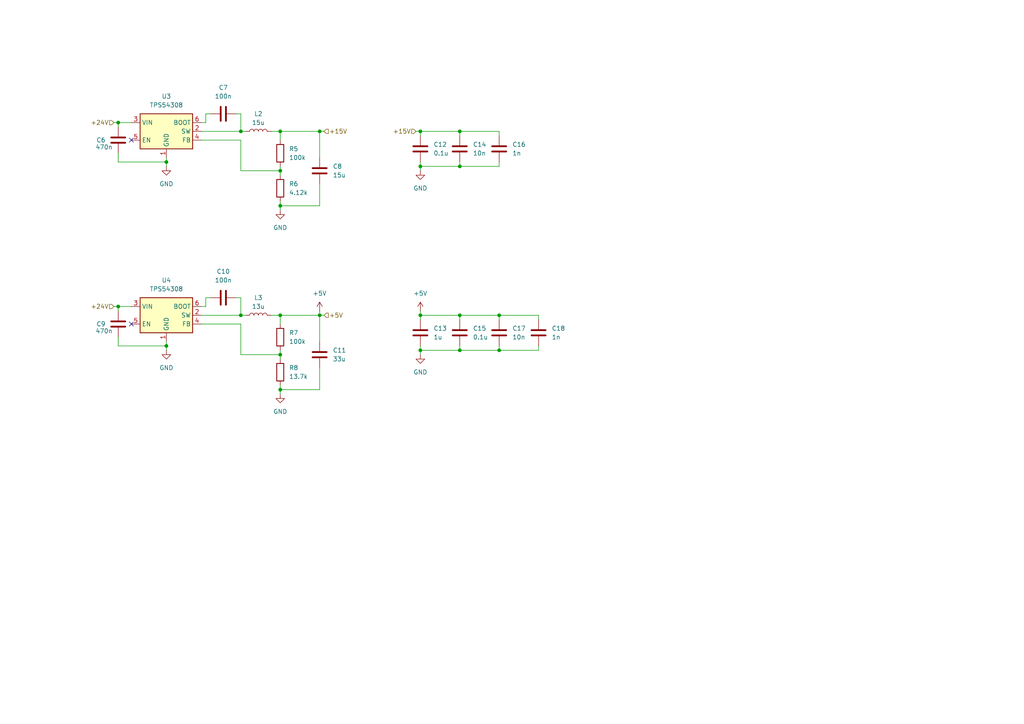
<source format=kicad_sch>
(kicad_sch (version 20250114) (generator "eeschema") (generator_version "9.0")
  (paper "A4")
  (lib_symbols
    (symbol "Device:C" (pin_numbers (hide yes)) (pin_names (offset 0.254))
      (property "Reference" "C" (at 0.635 2.54 0))
      (property "Value" "C" (at 0.635 -2.54 0))
      (symbol "C_0_1"
        (polyline (pts (xy -2.032 0.762) (xy 2.032 0.762)) (stroke (width 0.508)))
        (polyline (pts (xy -2.032 -0.762) (xy 2.032 -0.762)) (stroke (width 0.508)))
      )
      (symbol "C_1_1"
        (pin passive line (at 0 3.81 270) (length 2.794) (name "~") (number "1"))
        (pin passive line (at 0 -3.81 90) (length 2.794) (name "~") (number "2"))
      )
    )
    (symbol "Device:L" (pin_numbers (hide yes)) (pin_names (offset 1.016) (hide yes))
      (property "Reference" "L" (at -1.27 0 90))
      (property "Value" "L" (at 1.905 0 90))
      (symbol "L_0_1"
        (arc (start 0 2.54) (mid 0.6323 1.905) (end 0 1.27))
        (arc (start 0 1.27) (mid 0.6323 0.635) (end 0 0))
        (arc (start 0 0) (mid 0.6323 -0.635) (end 0 -1.27))
        (arc (start 0 -1.27) (mid 0.6323 -1.905) (end 0 -2.54))
      )
      (symbol "L_1_1"
        (pin passive line (at 0 3.81 270) (length 1.27) (name "1") (number "1"))
        (pin passive line (at 0 -3.81 90) (length 1.27) (name "2") (number "2"))
      )
    )
    (symbol "Device:R" (pin_numbers (hide yes)) (pin_names (offset 0))
      (property "Reference" "R" (at 2.032 0 90))
      (property "Value" "R" (at 0 0 90))
      (symbol "R_0_1"
        (rectangle (start -1.016 -2.54) (end 1.016 2.54) (stroke (width 0.254)))
      )
      (symbol "R_1_1"
        (pin passive line (at 0 3.81 270) (length 1.27) (name "~") (number "1"))
        (pin passive line (at 0 -3.81 90) (length 1.27) (name "~") (number "2"))
      )
    )
    (symbol "Regulator_Switching:TPS54308"
      (property "Reference" "U" (at -7.62 6.35 0))
      (property "Value" "TPS54308" (at 0 6.35 0))
      (symbol "TPS54308_0_1"
        (rectangle (start -7.62 5.08) (end 7.62 -5.08) (stroke (width 0.254)) (fill (type background)))
      )
      (symbol "TPS54308_1_1"
        (pin power_in line (at -10.16 2.54 0) (length 2.54) (name "VIN") (number "3"))
        (pin input line (at -10.16 -2.54 0) (length 2.54) (name "EN") (number "5"))
        (pin power_in line (at 0 -7.62 90) (length 2.54) (name "GND") (number "1"))
        (pin passive line (at 10.16 2.54 180) (length 2.54) (name "BOOT") (number "6"))
        (pin power_out line (at 10.16 0 180) (length 2.54) (name "SW") (number "2"))
        (pin input line (at 10.16 -2.54 180) (length 2.54) (name "FB") (number "4"))
      )
    )
    (symbol "power:+5V" (power) (pin_numbers (hide yes)) (pin_names (offset 0) (hide yes))
      (property "Value" "+5V" (at 0 3.556 0))
      (symbol "+5V_0_1"
        (polyline (pts (xy -0.762 1.27) (xy 0 2.54)))
        (polyline (pts (xy 0 2.54) (xy 0.762 1.27)))
        (polyline (pts (xy 0 0) (xy 0 2.54)))
      )
      (symbol "+5V_1_1"
        (pin power_in line (at 0 0 90) (length 0) (name "~") (number "1"))
      )
    )
    (symbol "power:GND" (power) (pin_numbers (hide yes)) (pin_names (offset 0) (hide yes))
      (property "Value" "GND" (at 0 -3.81 0))
      (symbol "GND_0_1"
        (polyline (pts (xy 0 0) (xy 0 -1.27) (xy 1.27 -1.27) (xy 0 -2.54) (xy -1.27 -1.27) (xy 0 -1.27)))
      )
      (symbol "GND_1_1"
        (pin power_in line (at 0 0 270) (length 0) (name "~") (number "1"))
      )
    )
  )
  (junction (at 81.28 102.87))
  (junction (at 144.78 101.6))
  (junction (at 81.28 49.53))
  (junction (at 69.85 38.1))
  (junction (at 133.35 48.26))
  (junction (at 133.35 101.6))
  (junction (at 34.29 35.56))
  (junction (at 92.71 38.1))
  (junction (at 34.29 88.9))
  (junction (at 133.35 38.1))
  (junction (at 121.92 101.6))
  (junction (at 133.35 91.44))
  (junction (at 121.92 38.1))
  (junction (at 121.92 91.44))
  (junction (at 81.28 91.44))
  (junction (at 121.92 48.26))
  (junction (at 92.71 91.44))
  (junction (at 48.26 100.33))
  (junction (at 69.85 91.44))
  (junction (at 144.78 91.44))
  (junction (at 81.28 113.03))
  (junction (at 81.28 59.69))
  (junction (at 48.26 46.99))
  (junction (at 81.28 38.1))
  (no_connect (at 38.1 40.64))
  (no_connect (at 38.1 93.98))
  (wire (pts (xy 34.29 35.56) (xy 34.29 36.83)))
  (wire (pts (xy 121.92 100.33) (xy 121.92 101.6)))
  (wire (pts (xy 59.69 86.36) (xy 60.96 86.36)))
  (wire (pts (xy 92.71 113.03) (xy 92.71 106.68)))
  (wire (pts (xy 133.35 101.6) (xy 133.35 100.33)))
  (wire (pts (xy 69.85 49.53) (xy 69.85 40.64)))
  (wire (pts (xy 81.28 59.69) (xy 81.28 60.96)))
  (wire (pts (xy 133.35 48.26) (xy 144.78 48.26)))
  (wire (pts (xy 81.28 102.87) (xy 69.85 102.87)))
  (wire (pts (xy 121.92 90.17) (xy 121.92 91.44)))
  (wire (pts (xy 48.26 99.06) (xy 48.26 100.33)))
  (wire (pts (xy 69.85 33.02) (xy 69.85 38.1)))
  (wire (pts (xy 144.78 100.33) (xy 144.78 101.6)))
  (wire (pts (xy 59.69 88.9) (xy 59.69 86.36)))
  (wire (pts (xy 34.29 88.9) (xy 38.1 88.9)))
  (wire (pts (xy 156.21 101.6) (xy 156.21 100.33)))
  (wire (pts (xy 133.35 38.1) (xy 133.35 39.37)))
  (wire (pts (xy 69.85 40.64) (xy 58.42 40.64)))
  (wire (pts (xy 34.29 88.9) (xy 34.29 90.17)))
  (wire (pts (xy 92.71 38.1) (xy 92.71 45.72)))
  (wire (pts (xy 81.28 38.1) (xy 92.71 38.1)))
  (wire (pts (xy 81.28 38.1) (xy 81.28 40.64)))
  (wire (pts (xy 34.29 35.56) (xy 38.1 35.56)))
  (wire (pts (xy 81.28 91.44) (xy 92.71 91.44)))
  (wire (pts (xy 121.92 38.1) (xy 121.92 39.37)))
  (wire (pts (xy 81.28 102.87) (xy 81.28 104.14)))
  (wire (pts (xy 81.28 113.03) (xy 81.28 114.3)))
  (wire (pts (xy 156.21 91.44) (xy 156.21 92.71)))
  (wire (pts (xy 81.28 49.53) (xy 81.28 50.8)))
  (wire (pts (xy 33.02 88.9) (xy 34.29 88.9)))
  (wire (pts (xy 121.92 46.99) (xy 121.92 48.26)))
  (wire (pts (xy 121.92 101.6) (xy 121.92 102.87)))
  (wire (pts (xy 121.92 48.26) (xy 133.35 48.26)))
  (wire (pts (xy 48.26 100.33) (xy 34.29 100.33)))
  (wire (pts (xy 144.78 38.1) (xy 144.78 39.37)))
  (wire (pts (xy 34.29 44.45) (xy 34.29 46.99)))
  (wire (pts (xy 58.42 38.1) (xy 69.85 38.1)))
  (wire (pts (xy 59.69 33.02) (xy 60.96 33.02)))
  (wire (pts (xy 121.92 38.1) (xy 133.35 38.1)))
  (wire (pts (xy 121.92 91.44) (xy 121.92 92.71)))
  (wire (pts (xy 81.28 113.03) (xy 92.71 113.03)))
  (wire (pts (xy 121.92 91.44) (xy 133.35 91.44)))
  (wire (pts (xy 68.58 33.02) (xy 69.85 33.02)))
  (wire (pts (xy 78.74 91.44) (xy 81.28 91.44)))
  (wire (pts (xy 48.26 46.99) (xy 34.29 46.99)))
  (wire (pts (xy 78.74 38.1) (xy 81.28 38.1)))
  (wire (pts (xy 81.28 58.42) (xy 81.28 59.69)))
  (wire (pts (xy 133.35 38.1) (xy 144.78 38.1)))
  (wire (pts (xy 92.71 91.44) (xy 92.71 99.06)))
  (wire (pts (xy 144.78 91.44) (xy 156.21 91.44)))
  (wire (pts (xy 81.28 111.76) (xy 81.28 113.03)))
  (wire (pts (xy 81.28 49.53) (xy 69.85 49.53)))
  (wire (pts (xy 34.29 97.79) (xy 34.29 100.33)))
  (wire (pts (xy 58.42 91.44) (xy 69.85 91.44)))
  (wire (pts (xy 69.85 38.1) (xy 71.12 38.1)))
  (wire (pts (xy 133.35 91.44) (xy 133.35 92.71)))
  (wire (pts (xy 81.28 91.44) (xy 81.28 93.98)))
  (wire (pts (xy 48.26 45.72) (xy 48.26 46.99)))
  (wire (pts (xy 58.42 88.9) (xy 59.69 88.9)))
  (wire (pts (xy 33.02 35.56) (xy 34.29 35.56)))
  (wire (pts (xy 133.35 91.44) (xy 144.78 91.44)))
  (wire (pts (xy 68.58 86.36) (xy 69.85 86.36)))
  (wire (pts (xy 81.28 101.6) (xy 81.28 102.87)))
  (wire (pts (xy 121.92 48.26) (xy 121.92 49.53)))
  (wire (pts (xy 48.26 46.99) (xy 48.26 48.26)))
  (wire (pts (xy 120.65 38.1) (xy 121.92 38.1)))
  (wire (pts (xy 48.26 100.33) (xy 48.26 101.6)))
  (wire (pts (xy 144.78 91.44) (xy 144.78 92.71)))
  (wire (pts (xy 133.35 101.6) (xy 144.78 101.6)))
  (wire (pts (xy 92.71 90.17) (xy 92.71 91.44)))
  (wire (pts (xy 92.71 38.1) (xy 93.98 38.1)))
  (wire (pts (xy 58.42 35.56) (xy 59.69 35.56)))
  (wire (pts (xy 81.28 48.26) (xy 81.28 49.53)))
  (wire (pts (xy 81.28 59.69) (xy 92.71 59.69)))
  (wire (pts (xy 59.69 35.56) (xy 59.69 33.02)))
  (wire (pts (xy 144.78 101.6) (xy 156.21 101.6)))
  (wire (pts (xy 69.85 86.36) (xy 69.85 91.44)))
  (wire (pts (xy 144.78 48.26) (xy 144.78 46.99)))
  (wire (pts (xy 69.85 102.87) (xy 69.85 93.98)))
  (wire (pts (xy 92.71 91.44) (xy 93.98 91.44)))
  (wire (pts (xy 133.35 46.99) (xy 133.35 48.26)))
  (wire (pts (xy 69.85 91.44) (xy 71.12 91.44)))
  (wire (pts (xy 69.85 93.98) (xy 58.42 93.98)))
  (wire (pts (xy 92.71 59.69) (xy 92.71 53.34)))
  (wire (pts (xy 121.92 101.6) (xy 133.35 101.6)))
  (hierarchical_label "+15V" (shape input) (at 120.65 38.1 180))
  (hierarchical_label "+5V" (shape input) (at 93.98 91.44 0))
  (hierarchical_label "+24V" (shape input) (at 33.02 35.56 180))
  (hierarchical_label "+15V" (shape input) (at 93.98 38.1 0))
  (hierarchical_label "+24V" (shape input) (at 33.02 88.9 180))
  (symbol (lib_id "power:GND") (at 81.28 60.96 0) (unit 1)
    (property "Reference" "#PWR016" (effects (hide yes)))
    (property "Value" "GND" (at 81.28 66.04 0))
    (property "Description" "Power symbol creates a global label with name \"GND\" , ground" (effects (hide yes)))
  )
  (symbol (lib_id "Device:C") (at 34.29 40.64 0) (mirror y) (unit 1)
    (property "Reference" "C6" (at 27.94 40.64 0) (effects (justify right)))
    (property "Value" "470n" (at 27.686 42.672 0) (effects (justify right)))
    (property "Footprint" "Capacitor_SMD:C_0603_1608Metric" (effects (hide yes)))
    (property "Datasheet" "https://product.tdk.com/system/files/dam/doc/product/capacitor/ceramic/mlcc/catalog/mlcc_automotive_general_en.pdf" (effects (hide yes)))
    (property "Description" "Unpolarized capacitor" (effects (hide yes)))
    (property "Part Number" "CGA3E3X5R1V474K080AB" (effects (hide yes)))
  )
  (symbol (lib_id "Device:L") (at 74.93 91.44 90) (unit 1)
    (property "Reference" "L3" (at 74.93 86.36 90))
    (property "Value" "13u" (at 74.93 88.9 90))
    (property "Footprint" "Inductor_SMD_Wurth:L_Wurth_WE-PDF-1064" (effects (hide yes)))
    (property "Datasheet" "https://www.we-online.com/components/products/datasheet/7447798131.pdf" (effects (hide yes)))
    (property "Description" "Inductor" (effects (hide yes)))
    (property "Part Number" "7447798131" (effects (hide yes)))
  )
  (symbol (lib_id "Device:C") (at 144.78 96.52 0) (unit 1)
    (property "Reference" "C17" (at 148.59 95.2499 0) (effects (justify left)))
    (property "Value" "10n" (at 148.59 97.7899 0) (effects (justify left)))
    (property "Footprint" "Capacitor_SMD:C_0603_1608Metric" (effects (hide yes)))
    (property "Datasheet" "https://content.kemet.com/datasheets/KEM_C1002_X7R_SMD.pdf" (effects (hide yes)))
    (property "Description" "Unpolarized capacitor 10Vdc" (effects (hide yes)))
    (property "Part Number" "C0603C103M8RACTU" (effects (hide yes)))
  )
  (symbol (lib_id "Device:L") (at 74.93 38.1 90) (unit 1)
    (property "Reference" "L2" (at 74.93 33.02 90))
    (property "Value" "15u" (at 74.93 35.56 90))
    (property "Footprint" "Inductor_SMD_Wurth:L_Wurth_WE-LHMI-7050" (effects (hide yes)))
    (property "Datasheet" "https://www.we-online.com/components/products/datasheet/74437349150.pdf" (effects (hide yes)))
    (property "Description" "Inductor" (effects (hide yes)))
    (property "Part Number" "74437349150" (effects (hide yes)))
  )
  (symbol (lib_id "Device:C") (at 133.35 96.52 0) (unit 1)
    (property "Reference" "C15" (at 137.16 95.2499 0) (effects (justify left)))
    (property "Value" "0.1u" (at 137.16 97.7899 0) (effects (justify left)))
    (property "Footprint" "Capacitor_SMD:C_0805_2012Metric" (effects (hide yes)))
    (property "Datasheet" "https://content.kemet.com/datasheets/KEM_C1002_X7R_SMD.pdf" (effects (hide yes)))
    (property "Description" "Unpolarized capacitor 10Vdc" (effects (hide yes)))
    (property "Part Number" "C0805C104M8RACTU" (effects (hide yes)))
  )
  (symbol (lib_id "power:GND") (at 81.28 114.3 0) (unit 1)
    (property "Reference" "#PWR020" (effects (hide yes)))
    (property "Value" "GND" (at 81.28 119.38 0))
    (property "Description" "Power symbol creates a global label with name \"GND\" , ground" (effects (hide yes)))
  )
  (symbol (lib_id "Device:R") (at 81.28 44.45 0) (unit 1)
    (property "Reference" "R5" (at 83.82 43.1799 0) (effects (justify left)))
    (property "Value" "100k" (at 83.82 45.7199 0) (effects (justify left)))
    (property "Footprint" "Resistor_SMD:R_0402_1005Metric" (effects (hide yes)))
    (property "Datasheet" "https://www.vishay.com/docs/20035/dcrcwe3.pdf" (effects (hide yes)))
    (property "Description" "Resistor" (effects (hide yes)))
    (property "Part Number" "CRCW0402100KFKED" (effects (hide yes)))
  )
  (symbol (lib_id "Device:C") (at 144.78 43.18 0) (unit 1)
    (property "Reference" "C16" (at 148.59 41.9099 0) (effects (justify left)))
    (property "Value" "1n" (at 148.59 44.4499 0) (effects (justify left)))
    (property "Footprint" "Capacitor_SMD:C_0402_1005Metric" (effects (hide yes)))
    (property "Datasheet" "https://content.kemet.com/datasheets/KEM_C1002_X7R_SMD.pdf" (effects (hide yes)))
    (property "Description" "Unpolarized capacitor 25Vdc" (effects (hide yes)))
    (property "Part Number" "C0402C102M4RACTU" (effects (hide yes)))
  )
  (symbol (lib_id "power:GND") (at 121.92 49.53 0) (unit 1)
    (property "Reference" "#PWR023" (effects (hide yes)))
    (property "Value" "GND" (at 121.92 54.61 0))
    (property "Description" "Power symbol creates a global label with name \"GND\" , ground" (effects (hide yes)))
  )
  (symbol (lib_id "Device:C") (at 121.92 43.18 0) (unit 1)
    (property "Reference" "C12" (at 125.73 41.9099 0) (effects (justify left)))
    (property "Value" "0.1u" (at 125.73 44.4499 0) (effects (justify left)))
    (property "Footprint" "Capacitor_SMD:C_0805_2012Metric" (effects (hide yes)))
    (property "Datasheet" "https://content.kemet.com/datasheets/KEM_C1002_X7R_SMD.pdf" (effects (hide yes)))
    (property "Description" "Unpolarized capacitor 25Vdc" (effects (hide yes)))
    (property "Part Number" "C0805C104M4RACTU" (effects (hide yes)))
  )
  (symbol (lib_id "Device:C") (at 133.35 43.18 0) (unit 1)
    (property "Reference" "C14" (at 137.16 41.9099 0) (effects (justify left)))
    (property "Value" "10n" (at 137.16 44.4499 0) (effects (justify left)))
    (property "Footprint" "Capacitor_SMD:C_0603_1608Metric" (effects (hide yes)))
    (property "Datasheet" "https://content.kemet.com/datasheets/KEM_C1002_X7R_SMD.pdf" (effects (hide yes)))
    (property "Description" "Unpolarized capacitor 25Vdc" (effects (hide yes)))
    (property "Part Number" "C0603C103M4RACTU" (effects (hide yes)))
  )
  (symbol (lib_id "Device:R") (at 81.28 97.79 0) (unit 1)
    (property "Reference" "R7" (at 83.82 96.5199 0) (effects (justify left)))
    (property "Value" "100k" (at 83.82 99.0599 0) (effects (justify left)))
    (property "Footprint" "Resistor_SMD:R_0402_1005Metric" (effects (hide yes)))
    (property "Datasheet" "https://www.vishay.com/docs/20035/dcrcwe3.pdf" (effects (hide yes)))
    (property "Description" "Resistor" (effects (hide yes)))
    (property "Part Number" "CRCW0402100KFKED" (effects (hide yes)))
  )
  (symbol (lib_id "Regulator_Switching:TPS54308") (at 48.26 91.44 0) (unit 1)
    (property "Reference" "U4" (at 48.26 81.28 0))
    (property "Value" "TPS54308" (at 48.26 83.82 0))
    (property "Footprint" "Package_TO_SOT_SMD:SOT-23-6" (effects (hide yes)))
    (property "Datasheet" "http://www.ti.com/lit/ds/symlink/tps54308.pdf" (effects (hide yes)))
    (property "Description" "3A, 4.5 to 28V Input, EMI Friendly integrated switch synchronous step-down regulator, continuous-conduction, SOT-23-6" (effects (hide yes)))
    (property "Part Number" "TPS54308" (effects (hide yes)))
  )
  (symbol (lib_id "Device:C") (at 156.21 96.52 0) (unit 1)
    (property "Reference" "C18" (at 160.02 95.2499 0) (effects (justify left)))
    (property "Value" "1n" (at 160.02 97.7899 0) (effects (justify left)))
    (property "Footprint" "Capacitor_SMD:C_0402_1005Metric" (effects (hide yes)))
    (property "Datasheet" "https://content.kemet.com/datasheets/KEM_C1002_X7R_SMD.pdf" (effects (hide yes)))
    (property "Description" "Unpolarized capacitor 10Vdc" (effects (hide yes)))
    (property "Part Number" "C0402C102M8RACTU" (effects (hide yes)))
  )
  (symbol (lib_id "Device:C") (at 34.29 93.98 0) (mirror y) (unit 1)
    (property "Reference" "C9" (at 27.94 93.98 0) (effects (justify right)))
    (property "Value" "470n" (at 27.686 96.012 0) (effects (justify right)))
    (property "Footprint" "Capacitor_SMD:C_0603_1608Metric" (effects (hide yes)))
    (property "Datasheet" "https://product.tdk.com/system/files/dam/doc/product/capacitor/ceramic/mlcc/catalog/mlcc_automotive_general_en.pdf" (effects (hide yes)))
    (property "Description" "Unpolarized capacitor" (effects (hide yes)))
    (property "Part Number" "CGA3E3X5R1V474K080AB" (effects (hide yes)))
  )
  (symbol (lib_id "power:GND") (at 121.92 102.87 0) (unit 1)
    (property "Reference" "#PWR025" (effects (hide yes)))
    (property "Value" "GND" (at 121.92 107.95 0))
    (property "Description" "Power symbol creates a global label with name \"GND\" , ground" (effects (hide yes)))
  )
  (symbol (lib_id "power:+5V") (at 121.92 90.17 0) (unit 1)
    (property "Reference" "#PWR024" (effects (hide yes)))
    (property "Value" "+5V" (at 121.92 85.09 0))
    (property "Description" "Power symbol creates a global label with name \"+5V\"" (effects (hide yes)))
  )
  (symbol (lib_id "Device:R") (at 81.28 107.95 0) (unit 1)
    (property "Reference" "R8" (at 83.82 106.6799 0) (effects (justify left)))
    (property "Value" "13.7k" (at 83.82 109.2199 0) (effects (justify left)))
    (property "Footprint" "Resistor_SMD:R_0402_1005Metric" (effects (hide yes)))
    (property "Datasheet" "https://www.vishay.com/docs/20035/dcrcwe3.pdf" (effects (hide yes)))
    (property "Description" "Resistor" (effects (hide yes)))
    (property "Part Number" "CRCW040213K7FKED" (effects (hide yes)))
  )
  (symbol (lib_id "power:+5V") (at 92.71 90.17 0) (unit 1)
    (property "Reference" "#PWR021" (effects (hide yes)))
    (property "Value" "+5V" (at 92.71 85.09 0))
    (property "Description" "Power symbol creates a global label with name \"+5V\"" (effects (hide yes)))
  )
  (symbol (lib_id "power:GND") (at 48.26 48.26 0) (unit 1)
    (property "Reference" "#PWR015" (effects (hide yes)))
    (property "Value" "GND" (at 48.26 53.34 0))
    (property "Description" "Power symbol creates a global label with name \"GND\" , ground" (effects (hide yes)))
  )
  (symbol (lib_id "Device:C") (at 92.71 102.87 180) (unit 1)
    (property "Reference" "C11" (at 96.52 101.5999 0) (effects (justify right)))
    (property "Value" "33u" (at 96.52 104.1399 0) (effects (justify right)))
    (property "Footprint" "Capacitor_SMD:C_0805_2012Metric" (effects (hide yes)))
    (property "Datasheet" "https://product.tdk.com/en/system/files/dam/doc/product/capacitor/ceramic/mlcc/catalog/mlcc_commercial_general_en.pdf" (effects (hide yes)))
    (property "Description" "Unpolarized capacitor" (effects (hide yes)))
    (property "Part Number" "C2012X5R1A336M125AC" (effects (hide yes)))
  )
  (symbol (lib_id "Device:C") (at 121.92 96.52 0) (unit 1)
    (property "Reference" "C13" (at 125.73 95.2499 0) (effects (justify left)))
    (property "Value" "1u" (at 125.73 97.7899 0) (effects (justify left)))
    (property "Footprint" "Capacitor_SMD:C_0805_2012Metric" (effects (hide yes)))
    (property "Datasheet" "https://content.kemet.com/datasheets/KEM_C1002_X7R_SMD.pdf" (effects (hide yes)))
    (property "Description" "Unpolarized capacitor 10Vdc" (effects (hide yes)))
    (property "Part Number" "C0805C105M8RACTU" (effects (hide yes)))
  )
  (symbol (lib_id "Device:C") (at 64.77 86.36 90) (unit 1)
    (property "Reference" "C10" (at 64.77 78.74 90))
    (property "Value" "100n" (at 64.77 81.28 90))
    (property "Footprint" "Capacitor_SMD:C_0402_1005Metric" (effects (hide yes)))
    (property "Datasheet" "https://product.tdk.com/system/files/dam/doc/product/capacitor/ceramic/mlcc/catalog/mlcc_commercial_general_en.pdf" (effects (hide yes)))
    (property "Description" "Unpolarized capacitor" (effects (hide yes)))
    (property "Part Number" "C1005X7R1H104K050BB" (effects (hide yes)))
  )
  (symbol (lib_id "power:GND") (at 48.26 101.6 0) (unit 1)
    (property "Reference" "#PWR019" (effects (hide yes)))
    (property "Value" "GND" (at 48.26 106.68 0))
    (property "Description" "Power symbol creates a global label with name \"GND\" , ground" (effects (hide yes)))
  )
  (symbol (lib_id "Device:R") (at 81.28 54.61 0) (unit 1)
    (property "Reference" "R6" (at 83.82 53.3399 0) (effects (justify left)))
    (property "Value" "4.12k" (at 83.82 55.8799 0) (effects (justify left)))
    (property "Footprint" "Resistor_SMD:R_0402_1005Metric" (effects (hide yes)))
    (property "Datasheet" "https://www.vishay.com/docs/20035/dcrcwe3.pdf" (effects (hide yes)))
    (property "Description" "Resistor" (effects (hide yes)))
    (property "Part Number" "CRCW04024K12FKED" (effects (hide yes)))
  )
  (symbol (lib_id "Device:C") (at 64.77 33.02 90) (unit 1)
    (property "Reference" "C7" (at 64.77 25.4 90))
    (property "Value" "100n" (at 64.77 27.94 90))
    (property "Footprint" "Capacitor_SMD:C_0402_1005Metric" (effects (hide yes)))
    (property "Datasheet" "https://product.tdk.com/system/files/dam/doc/product/capacitor/ceramic/mlcc/catalog/mlcc_commercial_general_en.pdf" (effects (hide yes)))
    (property "Description" "Unpolarized capacitor" (effects (hide yes)))
    (property "Part Number" "C1005X7R1H104K050BB" (effects (hide yes)))
  )
  (symbol (lib_id "Device:C") (at 92.71 49.53 180) (unit 1)
    (property "Reference" "C8" (at 96.52 48.2599 0) (effects (justify right)))
    (property "Value" "15u" (at 96.52 50.7999 0) (effects (justify right)))
    (property "Footprint" "Capacitor_SMD:C_0805_2012Metric" (effects (hide yes)))
    (property "Datasheet" "https://product.tdk.com/en/system/files/dam/doc/product/capacitor/ceramic/mlcc/catalog/mlcc_commercial_general_en.pdf" (effects (hide yes)))
    (property "Description" "Unpolarized capacitor" (effects (hide yes)))
    (property "Part Number" "C2012X5R1V156M125AC" (effects (hide yes)))
  )
  (symbol (lib_id "Regulator_Switching:TPS54308") (at 48.26 38.1 0) (unit 1)
    (property "Reference" "U3" (at 48.26 27.94 0))
    (property "Value" "TPS54308" (at 48.26 30.48 0))
    (property "Footprint" "Package_TO_SOT_SMD:SOT-23-6" (effects (hide yes)))
    (property "Datasheet" "http://www.ti.com/lit/ds/symlink/tps54308.pdf" (effects (hide yes)))
    (property "Description" "3A, 4.5 to 28V Input, EMI Friendly integrated switch synchronous step-down regulator, continuous-conduction, SOT-23-6" (effects (hide yes)))
    (property "Part Number" "TPS54308" (effects (hide yes)))
  )
)
</source>
